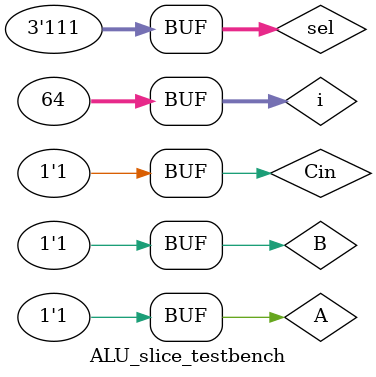
<source format=sv>
`timescale 1ps/1ps
module ALU_slice(A, B, Cin, sel, Cout, R);
	input logic A, B, Cin;
	input logic [2:0] sel;
	output logic Cout, R;
	
	wire adderOut, andOut, xorOut, orOut, Bout, Bnot;
	
	// 2:1 mux to select subtract or add
	not #50 NOT (Bnot, B);
	mux2_1 MUX2_1 (.out(Bout), .i0(B), .i1(Bnot), .sel(sel[0])); // when s0 is true, subtract
	
	// Initilize fullAdder
	fullAdder fullAdd (.A, .B(Bout), .Cin, .Cout, .S(adderOut));
	
	and #50 AND (andOut, A, B);
	or #50 OR (orOut, A, B);
	xor #50 XOR (xorOut, A, B);
	
	// 8:1 mux to select add(010), subtract(011), and(100), or(101), xor(110)
	mux8_1 MUX8_1 (.out(R), .i({1'b0, xorOut, orOut, andOut, adderOut, adderOut, 1'b0, B}), .sel);
	
endmodule

module ALU_slice_testbench();
	logic A, B, Cin;
	logic [2:0] sel;
	logic Cout, R;
	
	ALU_slice dut (.A, .B, .Cin, .sel, .Cout, .R);
	// test all possible combination
	integer i;
	initial begin
		for (i=0; i<64; i++) begin
			{sel, A, B, Cin} = i;		#700;
		end
	end
endmodule


</source>
